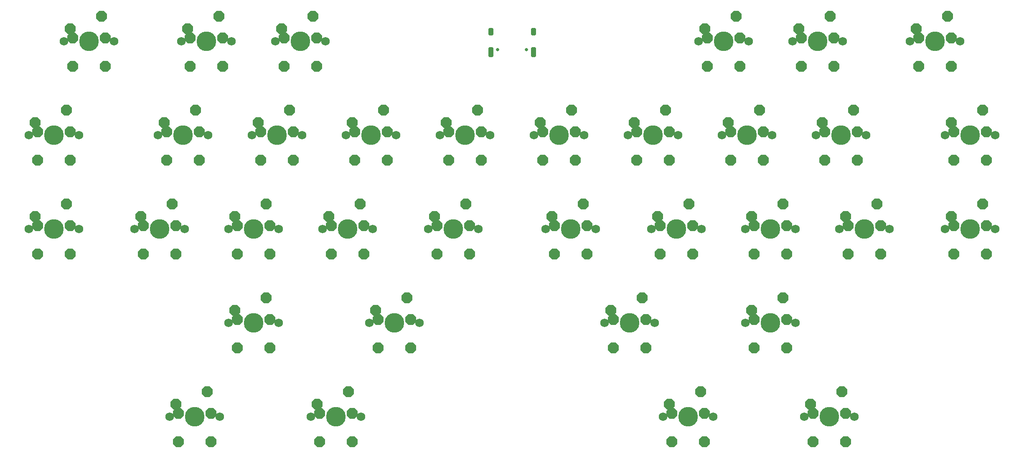
<source format=gts>
G04 #@! TF.GenerationSoftware,KiCad,Pcbnew,(6.0.11-0)*
G04 #@! TF.CreationDate,2023-07-13T15:03:38+09:00*
G04 #@! TF.ProjectId,qfwfq,71667766-712e-46b6-9963-61645f706362,rev?*
G04 #@! TF.SameCoordinates,Original*
G04 #@! TF.FileFunction,Soldermask,Top*
G04 #@! TF.FilePolarity,Negative*
%FSLAX46Y46*%
G04 Gerber Fmt 4.6, Leading zero omitted, Abs format (unit mm)*
G04 Created by KiCad (PCBNEW (6.0.11-0)) date 2023-07-13 15:03:38*
%MOMM*%
%LPD*%
G01*
G04 APERTURE LIST*
G04 Aperture macros list*
%AMFreePoly0*
4,1,17,0.470280,1.085355,1.085355,0.470280,1.100000,0.434925,1.100000,-0.434925,1.085355,-0.470281,0.470280,-1.085355,0.434925,-1.100000,-0.434925,-1.100000,-0.470281,-1.085355,-1.085355,-0.470280,-1.100000,-0.434925,-1.100000,0.434925,-1.085355,0.470280,-0.470281,1.085355,-0.434925,1.100000,0.434925,1.100000,0.470280,1.085355,0.470280,1.085355,$1*%
%AMFreePoly1*
4,1,17,0.480635,1.110355,1.110356,0.480635,1.125000,0.445280,1.125000,-0.445280,1.110356,-0.480635,0.480635,-1.110355,0.445280,-1.125000,-0.445280,-1.125000,-0.480635,-1.110356,-1.110355,-0.480635,-1.125000,-0.445280,-1.125000,0.445280,-1.110355,0.480635,-0.480635,1.110356,-0.445280,1.125000,0.445280,1.125000,0.480635,1.110355,0.480635,1.110355,$1*%
%AMFreePoly2*
4,1,17,0.307538,0.785355,0.485355,0.607538,0.500000,0.572183,0.500000,-0.572183,0.485355,-0.607538,0.307538,-0.785355,0.272183,-0.800000,-0.272183,-0.800000,-0.307538,-0.785355,-0.485355,-0.607538,-0.500000,-0.572183,-0.500000,0.572183,-0.485355,0.607538,-0.307538,0.785355,-0.272183,0.800000,0.272183,0.800000,0.307538,0.785355,0.307538,0.785355,$1*%
%AMFreePoly3*
4,1,17,0.307538,1.035355,0.485355,0.857538,0.500000,0.822183,0.500000,-0.822183,0.485355,-0.857538,0.307538,-1.035355,0.272183,-1.050000,-0.272183,-1.050000,-0.307538,-1.035355,-0.485355,-0.857538,-0.500000,-0.822183,-0.500000,0.822183,-0.485355,0.857538,-0.307538,1.035355,-0.272183,1.050000,0.272183,1.050000,0.307538,1.035355,0.307538,1.035355,$1*%
G04 Aperture macros list end*
%ADD10C,1.750000*%
%ADD11C,3.987800*%
%ADD12FreePoly0,0.000000*%
%ADD13FreePoly1,0.000000*%
%ADD14C,0.650000*%
%ADD15FreePoly2,0.000000*%
%ADD16FreePoly3,0.000000*%
G04 APERTURE END LIST*
D10*
X97949000Y-104775000D03*
X87789000Y-104775000D03*
D11*
X92869000Y-104775000D03*
D12*
X89569000Y-104135000D03*
X89569000Y-109855000D03*
D13*
X89059000Y-102235000D03*
X95409000Y-99695000D03*
D12*
X96169000Y-104135000D03*
X96169000Y-109855000D03*
D10*
X175895000Y-66675000D03*
D11*
X180975000Y-66675000D03*
D10*
X186055000Y-66675000D03*
D12*
X177675000Y-71755000D03*
X177675000Y-66035000D03*
D13*
X177165000Y-64135000D03*
D12*
X184275000Y-71755000D03*
D13*
X183515000Y-61595000D03*
D12*
X184275000Y-66035000D03*
D10*
X157480000Y-85725000D03*
X147320000Y-85725000D03*
D11*
X152400000Y-85725000D03*
D13*
X148590000Y-83185000D03*
D12*
X149100000Y-85085000D03*
X149100000Y-90805000D03*
X155700000Y-85085000D03*
X155700000Y-90805000D03*
D13*
X154940000Y-80645000D03*
D11*
X221456250Y-66675000D03*
D10*
X226536250Y-66675000D03*
X216376250Y-66675000D03*
D12*
X218156250Y-66035000D03*
X218156250Y-71755000D03*
D13*
X217646250Y-64135000D03*
D12*
X224756250Y-66035000D03*
D13*
X223996250Y-61595000D03*
D12*
X224756250Y-71755000D03*
D10*
X71755000Y-28575000D03*
X61595000Y-28575000D03*
D11*
X66675000Y-28575000D03*
D12*
X63375000Y-33655000D03*
D13*
X62865000Y-26035000D03*
D12*
X63375000Y-27935000D03*
D13*
X69215000Y-23495000D03*
D12*
X69975000Y-33655000D03*
X69975000Y-27935000D03*
D11*
X164306000Y-104775000D03*
D10*
X169386000Y-104775000D03*
X159226000Y-104775000D03*
D13*
X160496000Y-102235000D03*
D12*
X161006000Y-104135000D03*
X161006000Y-109855000D03*
D13*
X166846000Y-99695000D03*
D12*
X167606000Y-104135000D03*
X167606000Y-109855000D03*
D11*
X221456250Y-47625000D03*
D10*
X216376250Y-47625000D03*
X226536250Y-47625000D03*
D12*
X218156250Y-46985000D03*
X218156250Y-52705000D03*
D13*
X217646250Y-45085000D03*
D12*
X224756250Y-52705000D03*
D13*
X223996250Y-42545000D03*
D12*
X224756250Y-46985000D03*
D11*
X76200000Y-85725000D03*
D10*
X71120000Y-85725000D03*
X81280000Y-85725000D03*
D13*
X72390000Y-83185000D03*
D12*
X72900000Y-85085000D03*
X72900000Y-90805000D03*
D13*
X78740000Y-80645000D03*
D12*
X79500000Y-85085000D03*
X79500000Y-90805000D03*
D10*
X40798750Y-47625000D03*
D11*
X35718750Y-47625000D03*
D10*
X30638750Y-47625000D03*
D12*
X32418750Y-52705000D03*
X32418750Y-46985000D03*
D13*
X31908750Y-45085000D03*
D12*
X39018750Y-46985000D03*
D13*
X38258750Y-42545000D03*
D12*
X39018750Y-52705000D03*
D11*
X157162500Y-47625000D03*
D10*
X162242500Y-47625000D03*
X152082500Y-47625000D03*
D12*
X153862500Y-52705000D03*
X153862500Y-46985000D03*
D13*
X153352500Y-45085000D03*
D12*
X160462500Y-52705000D03*
X160462500Y-46985000D03*
D13*
X159702500Y-42545000D03*
D10*
X186055000Y-85725000D03*
D11*
X180975000Y-85725000D03*
D10*
X175895000Y-85725000D03*
D13*
X177165000Y-83185000D03*
D12*
X177675000Y-90805000D03*
X177675000Y-85085000D03*
X184275000Y-90805000D03*
D13*
X183515000Y-80645000D03*
D12*
X184275000Y-85085000D03*
D11*
X200025000Y-66675000D03*
D10*
X205105000Y-66675000D03*
X194945000Y-66675000D03*
D13*
X196215000Y-64135000D03*
D12*
X196725000Y-66035000D03*
X196725000Y-71755000D03*
X203325000Y-71755000D03*
D13*
X202565000Y-61595000D03*
D12*
X203325000Y-66035000D03*
D11*
X85725000Y-28575000D03*
D10*
X80645000Y-28575000D03*
X90805000Y-28575000D03*
D12*
X82425000Y-33655000D03*
X82425000Y-27935000D03*
D13*
X81915000Y-26035000D03*
X88265000Y-23495000D03*
D12*
X89025000Y-27935000D03*
X89025000Y-33655000D03*
D11*
X57150000Y-66675000D03*
D10*
X62230000Y-66675000D03*
X52070000Y-66675000D03*
D12*
X53850000Y-71755000D03*
X53850000Y-66035000D03*
D13*
X53340000Y-64135000D03*
X59690000Y-61595000D03*
D12*
X60450000Y-66035000D03*
X60450000Y-71755000D03*
D10*
X105092500Y-47625000D03*
X94932500Y-47625000D03*
D11*
X100012500Y-47625000D03*
D12*
X96712500Y-52705000D03*
X96712500Y-46985000D03*
D13*
X96202500Y-45085000D03*
D12*
X103312500Y-52705000D03*
D13*
X102552500Y-42545000D03*
D12*
X103312500Y-46985000D03*
D10*
X171132500Y-47625000D03*
X181292500Y-47625000D03*
D11*
X176212500Y-47625000D03*
D13*
X172402500Y-45085000D03*
D12*
X172912500Y-52705000D03*
X172912500Y-46985000D03*
X179512500Y-46985000D03*
X179512500Y-52705000D03*
D13*
X178752500Y-42545000D03*
D10*
X99695000Y-85725000D03*
X109855000Y-85725000D03*
D11*
X104775000Y-85725000D03*
D12*
X101475000Y-85085000D03*
D13*
X100965000Y-83185000D03*
D12*
X101475000Y-90805000D03*
D13*
X107315000Y-80645000D03*
D12*
X108075000Y-90805000D03*
X108075000Y-85085000D03*
D10*
X37782500Y-28575000D03*
D11*
X42862500Y-28575000D03*
D10*
X47942500Y-28575000D03*
D12*
X39562500Y-27935000D03*
D13*
X39052500Y-26035000D03*
D12*
X39562500Y-33655000D03*
D13*
X45402500Y-23495000D03*
D12*
X46162500Y-27935000D03*
X46162500Y-33655000D03*
D10*
X200342500Y-47625000D03*
D11*
X195262500Y-47625000D03*
D10*
X190182500Y-47625000D03*
D13*
X191452500Y-45085000D03*
D12*
X191962500Y-46985000D03*
X191962500Y-52705000D03*
D13*
X197802500Y-42545000D03*
D12*
X198562500Y-46985000D03*
X198562500Y-52705000D03*
D10*
X71120000Y-66675000D03*
X81280000Y-66675000D03*
D11*
X76200000Y-66675000D03*
D12*
X72900000Y-66035000D03*
D13*
X72390000Y-64135000D03*
D12*
X72900000Y-71755000D03*
D13*
X78740000Y-61595000D03*
D12*
X79500000Y-66035000D03*
X79500000Y-71755000D03*
D10*
X166370000Y-28575000D03*
D11*
X171450000Y-28575000D03*
D10*
X176530000Y-28575000D03*
D12*
X168150000Y-33655000D03*
X168150000Y-27935000D03*
D13*
X167640000Y-26035000D03*
X173990000Y-23495000D03*
D12*
X174750000Y-33655000D03*
X174750000Y-27935000D03*
D10*
X195580000Y-28575000D03*
D11*
X190500000Y-28575000D03*
D10*
X185420000Y-28575000D03*
D12*
X187200000Y-27935000D03*
D13*
X186690000Y-26035000D03*
D12*
X187200000Y-33655000D03*
D13*
X193040000Y-23495000D03*
D12*
X193800000Y-27935000D03*
X193800000Y-33655000D03*
D10*
X167005000Y-66675000D03*
D11*
X161925000Y-66675000D03*
D10*
X156845000Y-66675000D03*
D12*
X158625000Y-71755000D03*
X158625000Y-66035000D03*
D13*
X158115000Y-64135000D03*
D12*
X165225000Y-66035000D03*
D13*
X164465000Y-61595000D03*
D12*
X165225000Y-71755000D03*
D10*
X30638750Y-66675000D03*
X40798750Y-66675000D03*
D11*
X35718750Y-66675000D03*
D12*
X32418750Y-71755000D03*
X32418750Y-66035000D03*
D13*
X31908750Y-64135000D03*
D12*
X39018750Y-71755000D03*
D13*
X38258750Y-61595000D03*
D12*
X39018750Y-66035000D03*
D10*
X187801000Y-104775000D03*
D11*
X192881000Y-104775000D03*
D10*
X197961000Y-104775000D03*
D13*
X189071000Y-102235000D03*
D12*
X189581000Y-109855000D03*
X189581000Y-104135000D03*
D13*
X195421000Y-99695000D03*
D12*
X196181000Y-104135000D03*
X196181000Y-109855000D03*
D10*
X209232500Y-28575000D03*
X219392500Y-28575000D03*
D11*
X214312500Y-28575000D03*
D13*
X210502500Y-26035000D03*
D12*
X211012500Y-33655000D03*
X211012500Y-27935000D03*
X217612500Y-27935000D03*
X217612500Y-33655000D03*
D13*
X216852500Y-23495000D03*
D10*
X56832500Y-47625000D03*
D11*
X61912500Y-47625000D03*
D10*
X66992500Y-47625000D03*
D12*
X58612500Y-46985000D03*
D13*
X58102500Y-45085000D03*
D12*
X58612500Y-52705000D03*
X65212500Y-52705000D03*
D13*
X64452500Y-42545000D03*
D12*
X65212500Y-46985000D03*
D10*
X145573750Y-66675000D03*
X135413750Y-66675000D03*
D11*
X140493750Y-66675000D03*
D12*
X137193750Y-66035000D03*
D13*
X136683750Y-64135000D03*
D12*
X137193750Y-71755000D03*
X143793750Y-66035000D03*
D13*
X143033750Y-61595000D03*
D12*
X143793750Y-71755000D03*
D11*
X116681250Y-66675000D03*
D10*
X121761250Y-66675000D03*
X111601250Y-66675000D03*
D12*
X113381250Y-71755000D03*
X113381250Y-66035000D03*
D13*
X112871250Y-64135000D03*
D12*
X119981250Y-71755000D03*
D13*
X119221250Y-61595000D03*
D12*
X119981250Y-66035000D03*
D10*
X69374000Y-104775000D03*
D11*
X64294000Y-104775000D03*
D10*
X59214000Y-104775000D03*
D12*
X60994000Y-104135000D03*
D13*
X60484000Y-102235000D03*
D12*
X60994000Y-109855000D03*
X67594000Y-104135000D03*
X67594000Y-109855000D03*
D13*
X66834000Y-99695000D03*
D10*
X133032500Y-47625000D03*
X143192500Y-47625000D03*
D11*
X138112500Y-47625000D03*
D12*
X134812500Y-46985000D03*
D13*
X134302500Y-45085000D03*
D12*
X134812500Y-52705000D03*
X141412500Y-52705000D03*
X141412500Y-46985000D03*
D13*
X140652500Y-42545000D03*
D10*
X75882500Y-47625000D03*
X86042500Y-47625000D03*
D11*
X80962500Y-47625000D03*
D12*
X77662500Y-46985000D03*
D13*
X77152500Y-45085000D03*
D12*
X77662500Y-52705000D03*
X84262500Y-46985000D03*
X84262500Y-52705000D03*
D13*
X83502500Y-42545000D03*
D10*
X113982500Y-47625000D03*
X124142500Y-47625000D03*
D11*
X119062500Y-47625000D03*
D12*
X115762500Y-46985000D03*
D13*
X115252500Y-45085000D03*
D12*
X115762500Y-52705000D03*
X122362500Y-46985000D03*
X122362500Y-52705000D03*
D13*
X121602500Y-42545000D03*
D10*
X100330000Y-66675000D03*
X90170000Y-66675000D03*
D11*
X95250000Y-66675000D03*
D12*
X91950000Y-71755000D03*
D13*
X91440000Y-64135000D03*
D12*
X91950000Y-66035000D03*
D13*
X97790000Y-61595000D03*
D12*
X98550000Y-66035000D03*
X98550000Y-71755000D03*
D14*
X131477500Y-30267500D03*
X125697500Y-30267500D03*
D15*
X132907500Y-26617500D03*
D16*
X124267500Y-30797500D03*
X132907500Y-30797500D03*
D15*
X124267500Y-26617500D03*
M02*

</source>
